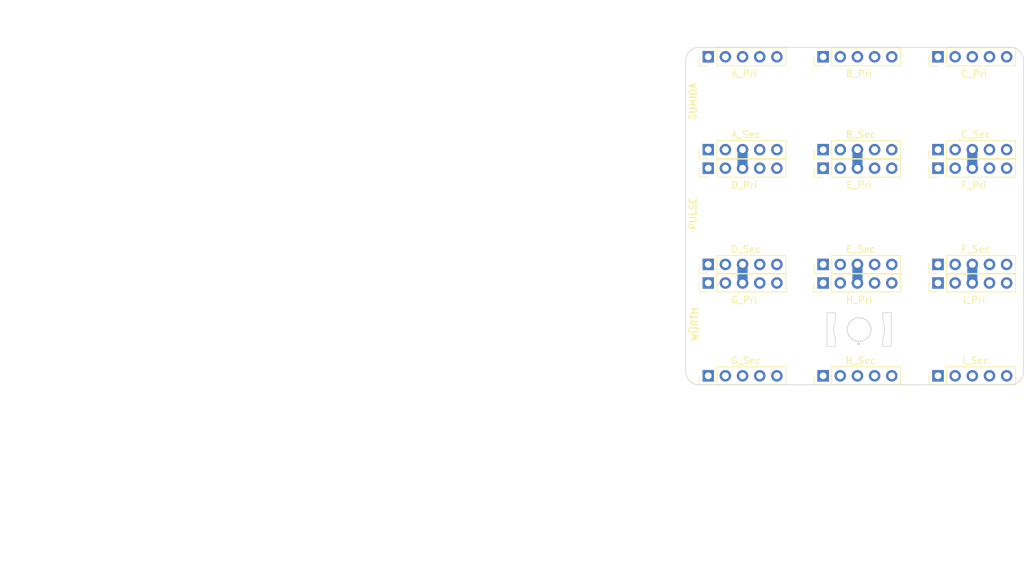
<source format=kicad_pcb>
(kicad_pcb (version 20221018) (generator pcbnew)
  (title_block (title "Planar XFMR test coupon") (date "2024-01-25") (rev "A") (company "NXP TLS / Xavier Bourlot"))
  (layers (0 "F.Cu" signal) (1 "In1.Cu" signal) (2 "In2.Cu" signal) (31 "B.Cu" signal) (34 "B.Paste" user) (35 "F.Paste" user) (36 "B.SilkS" user "B.Silkscreen") (37 "F.SilkS" user "F.Silkscreen") (38 "B.Mask" user) (39 "F.Mask" user) (44 "Edge.Cuts" user))
  (net 0 "")
  (net 1 "Net-(J1-Pin_1)")
  (net 2 "Net-(J2-Pin_1)")
  (net 3 "Net-(J3-Pin_1)")
  (net 4 "Net-(J4-Pin_1)")
  (net 5 "Net-(J5-Pin_1)")
  (net 6 "Net-(J6-Pin_1)")
  (net 7 "Net-(J7-Pin_1)")
  (net 8 "Net-(J8-Pin_1)")
  (net 9 "Net-(J9-Pin_1)")
  (net 10 "Net-(J10-Pin_1)")
  (net 11 "Net-(J11-Pin_1)")
  (net 12 "Net-(J12-Pin_1)")
  (net 13 "Net-(J13-Pin_1)")
  (net 14 "Net-(J14-Pin_1)")
  (net 15 "Net-(J15-Pin_1)")
  (net 16 "Net-(J16-Pin_1)")
  (net 17 "Net-(J17-Pin_1)")
  (net 18 "Net-(J18-Pin_1)")
  (net 20 "Net-(J2-Pin_3)")
  (net 22 "Net-(J4-Pin_3)")
  (net 24 "Net-(J11-Pin_3)")
  (net 25 "Net-(J13-Pin_3)")
  (net 26 "Net-(J10-Pin_3)")
  (net 27 "Net-(J12-Pin_3)")
  (footprint "Connector_PinHeader_2.54mm:PinHeader_1x05_P2.54mm_Vertical" (layer "F.Cu") (at 143.925 46.75 90)
    (fp_text reference "J6")
    (fp_text value "C_Sec" (at 2.25 5.575 180) (layer "F.SilkS"))
    (fp_line (start -1.33 -1.33) (end 0 -1.33) (stroke (width 0.12)) (layer "F.SilkS"))
    (fp_line (start -1.33 0) (end -1.33 -1.33) (stroke (width 0.12)) (layer "F.SilkS"))
    (fp_line (start -1.33 1.27) (end -1.33 11.49) (stroke (width 0.12)) (layer "F.SilkS"))
    (fp_line (start -1.33 1.27) (end 1.33 1.27) (stroke (width 0.12)) (layer "F.SilkS"))
    (fp_line (start -1.33 11.49) (end 1.33 11.49) (stroke (width 0.12)) (layer "F.SilkS"))
    (fp_line (start 1.33 1.27) (end 1.33 11.49) (stroke (width 0.12)) (layer "F.SilkS"))
    (pad "1" thru_hole rect (at 0 0 90) (size 1.7 1.7) (drill 1) (layers "*.Cu" "*.Mask") (net 6 "Net-(J6-Pin_1)"))
    (pad "2" thru_hole oval (at 0 2.54 90) (size 1.7 1.7) (drill 1) (layers "*.Cu" "*.Mask") (net 6 "Net-(J6-Pin_1)"))
    (pad "3" thru_hole oval (at 0 5.08 90) (size 1.7 1.7) (drill 1) (layers "*.Cu" "*.Mask") (net 24 "Net-(J11-Pin_3)"))
    (pad "4" thru_hole oval (at 0 7.62 90) (size 1.7 1.7) (drill 1) (layers "*.Cu" "*.Mask") (net 6 "Net-(J6-Pin_1)"))
    (pad "5" thru_hole oval (at 0 10.16 90) (size 1.7 1.7) (drill 1) (layers "*.Cu" "*.Mask") (net 6 "Net-(J6-Pin_1)"))
  )
  (footprint "Connector_PinHeader_2.54mm:PinHeader_1x05_P2.54mm_Vertical" (layer "F.Cu") (at 126.925 63.75 90)
    (fp_text reference "J10")
    (fp_text value "E_Sec" (at 2.25 5.575 180) (layer "F.SilkS"))
    (fp_line (start -1.33 -1.33) (end 0 -1.33) (stroke (width 0.12)) (layer "F.SilkS"))
    (fp_line (start -1.33 0) (end -1.33 -1.33) (stroke (width 0.12)) (layer "F.SilkS"))
    (fp_line (start -1.33 1.27) (end -1.33 11.49) (stroke (width 0.12)) (layer "F.SilkS"))
    (fp_line (start -1.33 1.27) (end 1.33 1.27) (stroke (width 0.12)) (layer "F.SilkS"))
    (fp_line (start -1.33 11.49) (end 1.33 11.49) (stroke (width 0.12)) (layer "F.SilkS"))
    (fp_line (start 1.33 1.27) (end 1.33 11.49) (stroke (width 0.12)) (layer "F.SilkS"))
    (pad "1" thru_hole rect (at 0 0 90) (size 1.7 1.7) (drill 1) (layers "*.Cu" "*.Mask") (net 10 "Net-(J10-Pin_1)"))
    (pad "2" thru_hole oval (at 0 2.54 90) (size 1.7 1.7) (drill 1) (layers "*.Cu" "*.Mask") (net 10 "Net-(J10-Pin_1)"))
    (pad "3" thru_hole oval (at 0 5.08 90) (size 1.7 1.7) (drill 1) (layers "*.Cu" "*.Mask") (net 26 "Net-(J10-Pin_3)"))
    (pad "4" thru_hole oval (at 0 7.62 90) (size 1.7 1.7) (drill 1) (layers "*.Cu" "*.Mask") (net 10 "Net-(J10-Pin_1)"))
    (pad "5" thru_hole oval (at 0 10.16 90) (size 1.7 1.7) (drill 1) (layers "*.Cu" "*.Mask") (net 10 "Net-(J10-Pin_1)"))
  )
  (footprint "Connector_PinHeader_2.54mm:PinHeader_1x05_P2.54mm_Vertical" (layer "F.Cu") (at 109.925 46.75 90)
    (fp_text reference "J2")
    (fp_text value "A_Sec" (at 2.25 5.575 180) (layer "F.SilkS"))
    (fp_line (start -1.33 -1.33) (end 0 -1.33) (stroke (width 0.12)) (layer "F.SilkS"))
    (fp_line (start -1.33 0) (end -1.33 -1.33) (stroke (width 0.12)) (layer "F.SilkS"))
    (fp_line (start -1.33 1.27) (end -1.33 11.49) (stroke (width 0.12)) (layer "F.SilkS"))
    (fp_line (start -1.33 1.27) (end 1.33 1.27) (stroke (width 0.12)) (layer "F.SilkS"))
    (fp_line (start -1.33 11.49) (end 1.33 11.49) (stroke (width 0.12)) (layer "F.SilkS"))
    (fp_line (start 1.33 1.27) (end 1.33 11.49) (stroke (width 0.12)) (layer "F.SilkS"))
    (pad "1" thru_hole rect (at 0 0 90) (size 1.7 1.7) (drill 1) (layers "*.Cu" "*.Mask") (net 2 "Net-(J2-Pin_1)"))
    (pad "2" thru_hole oval (at 0 2.54 90) (size 1.7 1.7) (drill 1) (layers "*.Cu" "*.Mask") (net 2 "Net-(J2-Pin_1)"))
    (pad "3" thru_hole oval (at 0 5.08 90) (size 1.7 1.7) (drill 1) (layers "*.Cu" "*.Mask") (net 20 "Net-(J2-Pin_3)"))
    (pad "4" thru_hole oval (at 0 7.62 90) (size 1.7 1.7) (drill 1) (layers "*.Cu" "*.Mask") (net 2 "Net-(J2-Pin_1)"))
    (pad "5" thru_hole oval (at 0 10.16 90) (size 1.7 1.7) (drill 1) (layers "*.Cu" "*.Mask") (net 2 "Net-(J2-Pin_1)"))
  )
  (footprint "Connector_PinHeader_2.54mm:PinHeader_1x05_P2.54mm_Vertical" (layer "F.Cu") (at 126.925 33 90)
    (fp_text reference "J3")
    (fp_text value "B_Pri" (at -2.5 5.325 180) (layer "F.SilkS"))
    (fp_line (start -1.33 -1.33) (end 0 -1.33) (stroke (width 0.12)) (layer "F.SilkS"))
    (fp_line (start -1.33 0) (end -1.33 -1.33) (stroke (width 0.12)) (layer "F.SilkS"))
    (fp_line (start -1.33 1.27) (end -1.33 11.49) (stroke (width 0.12)) (layer "F.SilkS"))
    (fp_line (start -1.33 1.27) (end 1.33 1.27) (stroke (width 0.12)) (layer "F.SilkS"))
    (fp_line (start -1.33 11.49) (end 1.33 11.49) (stroke (width 0.12)) (layer "F.SilkS"))
    (fp_line (start 1.33 1.27) (end 1.33 11.49) (stroke (width 0.12)) (layer "F.SilkS"))
    (pad "1" thru_hole rect (at 0 0 90) (size 1.7 1.7) (drill 1) (layers "*.Cu" "*.Mask") (net 3 "Net-(J3-Pin_1)"))
    (pad "2" thru_hole oval (at 0 2.54 90) (size 1.7 1.7) (drill 1) (layers "*.Cu" "*.Mask") (net 3 "Net-(J3-Pin_1)"))
    (pad "3" thru_hole oval (at 0 5.08 90) (size 1.7 1.7) (drill 1) (layers "*.Cu" "*.Mask"))
    (pad "4" thru_hole oval (at 0 7.62 90) (size 1.7 1.7) (drill 1) (layers "*.Cu" "*.Mask") (net 3 "Net-(J3-Pin_1)"))
    (pad "5" thru_hole oval (at 0 10.16 90) (size 1.7 1.7) (drill 1) (layers "*.Cu" "*.Mask") (net 3 "Net-(J3-Pin_1)"))
  )
  (footprint "Connector_PinHeader_2.54mm:PinHeader_1x05_P2.54mm_Vertical" (layer "F.Cu") (at 143.925 63.75 90)
    (fp_text reference "J12")
    (fp_text value "F_Sec" (at 2.25 5.575 180) (layer "F.SilkS"))
    (fp_line (start -1.33 -1.33) (end 0 -1.33) (stroke (width 0.12)) (layer "F.SilkS"))
    (fp_line (start -1.33 0) (end -1.33 -1.33) (stroke (width 0.12)) (layer "F.SilkS"))
    (fp_line (start -1.33 1.27) (end -1.33 11.49) (stroke (width 0.12)) (layer "F.SilkS"))
    (fp_line (start -1.33 1.27) (end 1.33 1.27) (stroke (width 0.12)) (layer "F.SilkS"))
    (fp_line (start -1.33 11.49) (end 1.33 11.49) (stroke (width 0.12)) (layer "F.SilkS"))
    (fp_line (start 1.33 1.27) (end 1.33 11.49) (stroke (width 0.12)) (layer "F.SilkS"))
    (pad "1" thru_hole rect (at 0 0 90) (size 1.7 1.7) (drill 1) (layers "*.Cu" "*.Mask") (net 12 "Net-(J12-Pin_1)"))
    (pad "2" thru_hole oval (at 0 2.54 90) (size 1.7 1.7) (drill 1) (layers "*.Cu" "*.Mask") (net 12 "Net-(J12-Pin_1)"))
    (pad "3" thru_hole oval (at 0 5.08 90) (size 1.7 1.7) (drill 1) (layers "*.Cu" "*.Mask") (net 27 "Net-(J12-Pin_3)"))
    (pad "4" thru_hole oval (at 0 7.62 90) (size 1.7 1.7) (drill 1) (layers "*.Cu" "*.Mask") (net 12 "Net-(J12-Pin_1)"))
    (pad "5" thru_hole oval (at 0 10.16 90) (size 1.7 1.7) (drill 1) (layers "*.Cu" "*.Mask") (net 12 "Net-(J12-Pin_1)"))
  )
  (footprint "Connector_PinHeader_2.54mm:PinHeader_1x05_P2.54mm_Vertical" (layer "F.Cu") (at 109.925 63.75 90)
    (fp_text reference "J8")
    (fp_text value "D_Sec" (at 2.25 5.575 180) (layer "F.SilkS"))
    (fp_line (start -1.33 -1.33) (end 0 -1.33) (stroke (width 0.12)) (layer "F.SilkS"))
    (fp_line (start -1.33 0) (end -1.33 -1.33) (stroke (width 0.12)) (layer "F.SilkS"))
    (fp_line (start -1.33 1.27) (end -1.33 11.49) (stroke (width 0.12)) (layer "F.SilkS"))
    (fp_line (start -1.33 1.27) (end 1.33 1.27) (stroke (width 0.12)) (layer "F.SilkS"))
    (fp_line (start -1.33 11.49) (end 1.33 11.49) (stroke (width 0.12)) (layer "F.SilkS"))
    (fp_line (start 1.33 1.27) (end 1.33 11.49) (stroke (width 0.12)) (layer "F.SilkS"))
    (pad "1" thru_hole rect (at 0 0 90) (size 1.7 1.7) (drill 1) (layers "*.Cu" "*.Mask") (net 8 "Net-(J8-Pin_1)"))
    (pad "2" thru_hole oval (at 0 2.54 90) (size 1.7 1.7) (drill 1) (layers "*.Cu" "*.Mask") (net 8 "Net-(J8-Pin_1)"))
    (pad "3" thru_hole oval (at 0 5.08 90) (size 1.7 1.7) (drill 1) (layers "*.Cu" "*.Mask") (net 25 "Net-(J13-Pin_3)"))
    (pad "4" thru_hole oval (at 0 7.62 90) (size 1.7 1.7) (drill 1) (layers "*.Cu" "*.Mask") (net 8 "Net-(J8-Pin_1)"))
    (pad "5" thru_hole oval (at 0 10.16 90) (size 1.7 1.7) (drill 1) (layers "*.Cu" "*.Mask") (net 8 "Net-(J8-Pin_1)"))
  )
  (footprint "Connector_PinHeader_2.54mm:PinHeader_1x05_P2.54mm_Vertical" (layer "F.Cu") (at 143.925 49.5 90)
    (fp_text reference "J11")
    (fp_text value "F_Pri" (at -2.5 5.325 180) (layer "F.SilkS"))
    (fp_line (start -1.33 -1.33) (end 0 -1.33) (stroke (width 0.12)) (layer "F.SilkS"))
    (fp_line (start -1.33 0) (end -1.33 -1.33) (stroke (width 0.12)) (layer "F.SilkS"))
    (fp_line (start -1.33 1.27) (end -1.33 11.49) (stroke (width 0.12)) (layer "F.SilkS"))
    (fp_line (start -1.33 1.27) (end 1.33 1.27) (stroke (width 0.12)) (layer "F.SilkS"))
    (fp_line (start -1.33 11.49) (end 1.33 11.49) (stroke (width 0.12)) (layer "F.SilkS"))
    (fp_line (start 1.33 1.27) (end 1.33 11.49) (stroke (width 0.12)) (layer "F.SilkS"))
    (pad "1" thru_hole rect (at 0 0 90) (size 1.7 1.7) (drill 1) (layers "*.Cu" "*.Mask") (net 11 "Net-(J11-Pin_1)"))
    (pad "2" thru_hole oval (at 0 2.54 90) (size 1.7 1.7) (drill 1) (layers "*.Cu" "*.Mask") (net 11 "Net-(J11-Pin_1)"))
    (pad "3" thru_hole oval (at 0 5.08 90) (size 1.7 1.7) (drill 1) (layers "*.Cu" "*.Mask") (net 24 "Net-(J11-Pin_3)"))
    (pad "4" thru_hole oval (at 0 7.62 90) (size 1.7 1.7) (drill 1) (layers "*.Cu" "*.Mask") (net 11 "Net-(J11-Pin_1)"))
    (pad "5" thru_hole oval (at 0 10.16 90) (size 1.7 1.7) (drill 1) (layers "*.Cu" "*.Mask") (net 11 "Net-(J11-Pin_1)"))
  )
  (footprint "Connector_PinHeader_2.54mm:PinHeader_1x05_P2.54mm_Vertical" (layer "F.Cu") (at 143.925 80.25 90)
    (fp_text reference "J18")
    (fp_text value "I_Sec" (at 2.25 5.575 180) (layer "F.SilkS"))
    (fp_line (start -1.33 -1.33) (end 0 -1.33) (stroke (width 0.12)) (layer "F.SilkS"))
    (fp_line (start -1.33 0) (end -1.33 -1.33) (stroke (width 0.12)) (layer "F.SilkS"))
    (fp_line (start -1.33 1.27) (end -1.33 11.49) (stroke (width 0.12)) (layer "F.SilkS"))
    (fp_line (start -1.33 1.27) (end 1.33 1.27) (stroke (width 0.12)) (layer "F.SilkS"))
    (fp_line (start -1.33 11.49) (end 1.33 11.49) (stroke (width 0.12)) (layer "F.SilkS"))
    (fp_line (start 1.33 1.27) (end 1.33 11.49) (stroke (width 0.12)) (layer "F.SilkS"))
    (pad "1" thru_hole rect (at 0 0 90) (size 1.7 1.7) (drill 1) (layers "*.Cu" "*.Mask") (net 18 "Net-(J18-Pin_1)"))
    (pad "2" thru_hole oval (at 0 2.54 90) (size 1.7 1.7) (drill 1) (layers "*.Cu" "*.Mask") (net 18 "Net-(J18-Pin_1)"))
    (pad "3" thru_hole oval (at 0 5.08 90) (size 1.7 1.7) (drill 1) (layers "*.Cu" "*.Mask"))
    (pad "4" thru_hole oval (at 0 7.62 90) (size 1.7 1.7) (drill 1) (layers "*.Cu" "*.Mask") (net 18 "Net-(J18-Pin_1)"))
    (pad "5" thru_hole oval (at 0 10.16 90) (size 1.7 1.7) (drill 1) (layers "*.Cu" "*.Mask") (net 18 "Net-(J18-Pin_1)"))
  )
  (footprint "Connector_PinHeader_2.54mm:PinHeader_1x05_P2.54mm_Vertical" (layer "F.Cu") (at 126.925 80.25 90)
    (fp_text reference "J16")
    (fp_text value "H_Sec" (at 2.25 5.575 180) (layer "F.SilkS"))
    (fp_line (start -1.33 -1.33) (end 0 -1.33) (stroke (width 0.12)) (layer "F.SilkS"))
    (fp_line (start -1.33 0) (end -1.33 -1.33) (stroke (width 0.12)) (layer "F.SilkS"))
    (fp_line (start -1.33 1.27) (end -1.33 11.49) (stroke (width 0.12)) (layer "F.SilkS"))
    (fp_line (start -1.33 1.27) (end 1.33 1.27) (stroke (width 0.12)) (layer "F.SilkS"))
    (fp_line (start -1.33 11.49) (end 1.33 11.49) (stroke (width 0.12)) (layer "F.SilkS"))
    (fp_line (start 1.33 1.27) (end 1.33 11.49) (stroke (width 0.12)) (layer "F.SilkS"))
    (pad "1" thru_hole rect (at 0 0 90) (size 1.7 1.7) (drill 1) (layers "*.Cu" "*.Mask") (net 16 "Net-(J16-Pin_1)"))
    (pad "2" thru_hole oval (at 0 2.54 90) (size 1.7 1.7) (drill 1) (layers "*.Cu" "*.Mask") (net 16 "Net-(J16-Pin_1)"))
    (pad "3" thru_hole oval (at 0 5.08 90) (size 1.7 1.7) (drill 1) (layers "*.Cu" "*.Mask"))
    (pad "4" thru_hole oval (at 0 7.62 90) (size 1.7 1.7) (drill 1) (layers "*.Cu" "*.Mask") (net 16 "Net-(J16-Pin_1)"))
    (pad "5" thru_hole oval (at 0 10.16 90) (size 1.7 1.7) (drill 1) (layers "*.Cu" "*.Mask") (net 16 "Net-(J16-Pin_1)"))
  )
  (footprint "Connector_PinHeader_2.54mm:PinHeader_1x05_P2.54mm_Vertical" (layer "F.Cu") (at 143.925 66.5 90)
    (fp_text reference "J17")
    (fp_text value "I_Pri" (at -2.5 5.325 180) (layer "F.SilkS"))
    (fp_line (start -1.33 -1.33) (end 0 -1.33) (stroke (width 0.12)) (layer "F.SilkS"))
    (fp_line (start -1.33 0) (end -1.33 -1.33) (stroke (width 0.12)) (layer "F.SilkS"))
    (fp_line (start -1.33 1.27) (end -1.33 11.49) (stroke (width 0.12)) (layer "F.SilkS"))
    (fp_line (start -1.33 1.27) (end 1.33 1.27) (stroke (width 0.12)) (layer "F.SilkS"))
    (fp_line (start -1.33 11.49) (end 1.33 11.49) (stroke (width 0.12)) (layer "F.SilkS"))
    (fp_line (start 1.33 1.27) (end 1.33 11.49) (stroke (width 0.12)) (layer "F.SilkS"))
    (pad "1" thru_hole rect (at 0 0 90) (size 1.7 1.7) (drill 1) (layers "*.Cu" "*.Mask") (net 17 "Net-(J17-Pin_1)"))
    (pad "2" thru_hole oval (at 0 2.54 90) (size 1.7 1.7) (drill 1) (layers "*.Cu" "*.Mask") (net 17 "Net-(J17-Pin_1)"))
    (pad "3" thru_hole oval (at 0 5.08 90) (size 1.7 1.7) (drill 1) (layers "*.Cu" "*.Mask") (net 27 "Net-(J12-Pin_3)"))
    (pad "4" thru_hole oval (at 0 7.62 90) (size 1.7 1.7) (drill 1) (layers "*.Cu" "*.Mask") (net 17 "Net-(J17-Pin_1)"))
    (pad "5" thru_hole oval (at 0 10.16 90) (size 1.7 1.7) (drill 1) (layers "*.Cu" "*.Mask") (net 17 "Net-(J17-Pin_1)"))
  )
  (footprint "Connector_PinHeader_2.54mm:PinHeader_1x05_P2.54mm_Vertical" (layer "F.Cu") (at 126.925 46.75 90)
    (fp_text reference "J4")
    (fp_text value "B_Sec" (at 2.25 5.575 180) (layer "F.SilkS"))
    (fp_line (start -1.33 -1.33) (end 0 -1.33) (stroke (width 0.12)) (layer "F.SilkS"))
    (fp_line (start -1.33 0) (end -1.33 -1.33) (stroke (width 0.12)) (layer "F.SilkS"))
    (fp_line (start -1.33 1.27) (end -1.33 11.49) (stroke (width 0.12)) (layer "F.SilkS"))
    (fp_line (start -1.33 1.27) (end 1.33 1.27) (stroke (width 0.12)) (layer "F.SilkS"))
    (fp_line (start -1.33 11.49) (end 1.33 11.49) (stroke (width 0.12)) (layer "F.SilkS"))
    (fp_line (start 1.33 1.27) (end 1.33 11.49) (stroke (width 0.12)) (layer "F.SilkS"))
    (pad "1" thru_hole rect (at 0 0 90) (size 1.7 1.7) (drill 1) (layers "*.Cu" "*.Mask") (net 4 "Net-(J4-Pin_1)"))
    (pad "2" thru_hole oval (at 0 2.54 90) (size 1.7 1.7) (drill 1) (layers "*.Cu" "*.Mask") (net 4 "Net-(J4-Pin_1)"))
    (pad "3" thru_hole oval (at 0 5.08 90) (size 1.7 1.7) (drill 1) (layers "*.Cu" "*.Mask") (net 22 "Net-(J4-Pin_3)"))
    (pad "4" thru_hole oval (at 0 7.62 90) (size 1.7 1.7) (drill 1) (layers "*.Cu" "*.Mask") (net 4 "Net-(J4-Pin_1)"))
    (pad "5" thru_hole oval (at 0 10.16 90) (size 1.7 1.7) (drill 1) (layers "*.Cu" "*.Mask") (net 4 "Net-(J4-Pin_1)"))
  )
  (footprint "Connector_PinHeader_2.54mm:PinHeader_1x05_P2.54mm_Vertical" (layer "F.Cu") (at 126.925 49.5 90)
    (fp_text reference "J9")
    (fp_text value "E_Pri" (at -2.5 5.325 180) (layer "F.SilkS"))
    (fp_line (start -1.33 -1.33) (end 0 -1.33) (stroke (width 0.12)) (layer "F.SilkS"))
    (fp_line (start -1.33 0) (end -1.33 -1.33) (stroke (width 0.12)) (layer "F.SilkS"))
    (fp_line (start -1.33 1.27) (end -1.33 11.49) (stroke (width 0.12)) (layer "F.SilkS"))
    (fp_line (start -1.33 1.27) (end 1.33 1.27) (stroke (width 0.12)) (layer "F.SilkS"))
    (fp_line (start -1.33 11.49) (end 1.33 11.49) (stroke (width 0.12)) (layer "F.SilkS"))
    (fp_line (start 1.33 1.27) (end 1.33 11.49) (stroke (width 0.12)) (layer "F.SilkS"))
    (pad "1" thru_hole rect (at 0 0 90) (size 1.7 1.7) (drill 1) (layers "*.Cu" "*.Mask") (net 9 "Net-(J9-Pin_1)"))
    (pad "2" thru_hole oval (at 0 2.54 90) (size 1.7 1.7) (drill 1) (layers "*.Cu" "*.Mask") (net 9 "Net-(J9-Pin_1)"))
    (pad "3" thru_hole oval (at 0 5.08 90) (size 1.7 1.7) (drill 1) (layers "*.Cu" "*.Mask") (net 22 "Net-(J4-Pin_3)"))
    (pad "4" thru_hole oval (at 0 7.62 90) (size 1.7 1.7) (drill 1) (layers "*.Cu" "*.Mask") (net 9 "Net-(J9-Pin_1)"))
    (pad "5" thru_hole oval (at 0 10.16 90) (size 1.7 1.7) (drill 1) (layers "*.Cu" "*.Mask") (net 9 "Net-(J9-Pin_1)"))
  )
  (footprint "Connector_PinHeader_2.54mm:PinHeader_1x05_P2.54mm_Vertical" (layer "F.Cu") (at 109.925 49.5 90)
    (fp_text reference "J7")
    (fp_text value "D_Pri" (at -2.5 5.325 180) (layer "F.SilkS"))
    (fp_line (start -1.33 -1.33) (end 0 -1.33) (stroke (width 0.12)) (layer "F.SilkS"))
    (fp_line (start -1.33 0) (end -1.33 -1.33) (stroke (width 0.12)) (layer "F.SilkS"))
    (fp_line (start -1.33 1.27) (end -1.33 11.49) (stroke (width 0.12)) (layer "F.SilkS"))
    (fp_line (start -1.33 1.27) (end 1.33 1.27) (stroke (width 0.12)) (layer "F.SilkS"))
    (fp_line (start -1.33 11.49) (end 1.33 11.49) (stroke (width 0.12)) (layer "F.SilkS"))
    (fp_line (start 1.33 1.27) (end 1.33 11.49) (stroke (width 0.12)) (layer "F.SilkS"))
    (pad "1" thru_hole rect (at 0 0 90) (size 1.7 1.7) (drill 1) (layers "*.Cu" "*.Mask") (net 7 "Net-(J7-Pin_1)"))
    (pad "2" thru_hole oval (at 0 2.54 90) (size 1.7 1.7) (drill 1) (layers "*.Cu" "*.Mask") (net 7 "Net-(J7-Pin_1)"))
    (pad "3" thru_hole oval (at 0 5.08 90) (size 1.7 1.7) (drill 1) (layers "*.Cu" "*.Mask") (net 20 "Net-(J2-Pin_3)"))
    (pad "4" thru_hole oval (at 0 7.62 90) (size 1.7 1.7) (drill 1) (layers "*.Cu" "*.Mask") (net 7 "Net-(J7-Pin_1)"))
    (pad "5" thru_hole oval (at 0 10.16 90) (size 1.7 1.7) (drill 1) (layers "*.Cu" "*.Mask") (net 7 "Net-(J7-Pin_1)"))
  )
  (footprint "Connector_PinHeader_2.54mm:PinHeader_1x05_P2.54mm_Vertical" (layer "F.Cu") (at 143.925 33 90)
    (fp_text reference "J5")
    (fp_text value "C_Pri" (at -2.5 5.325 180) (layer "F.SilkS"))
    (fp_line (start -1.33 -1.33) (end 0 -1.33) (stroke (width 0.12)) (layer "F.SilkS"))
    (fp_line (start -1.33 0) (end -1.33 -1.33) (stroke (width 0.12)) (layer "F.SilkS"))
    (fp_line (start -1.33 1.27) (end -1.33 11.49) (stroke (width 0.12)) (layer "F.SilkS"))
    (fp_line (start -1.33 1.27) (end 1.33 1.27) (stroke (width 0.12)) (layer "F.SilkS"))
    (fp_line (start -1.33 11.49) (end 1.33 11.49) (stroke (width 0.12)) (layer "F.SilkS"))
    (fp_line (start 1.33 1.27) (end 1.33 11.49) (stroke (width 0.12)) (layer "F.SilkS"))
    (pad "1" thru_hole rect (at 0 0 90) (size 1.7 1.7) (drill 1) (layers "*.Cu" "*.Mask") (net 5 "Net-(J5-Pin_1)"))
    (pad "2" thru_hole oval (at 0 2.54 90) (size 1.7 1.7) (drill 1) (layers "*.Cu" "*.Mask") (net 5 "Net-(J5-Pin_1)"))
    (pad "3" thru_hole oval (at 0 5.08 90) (size 1.7 1.7) (drill 1) (layers "*.Cu" "*.Mask"))
    (pad "4" thru_hole oval (at 0 7.62 90) (size 1.7 1.7) (drill 1) (layers "*.Cu" "*.Mask") (net 5 "Net-(J5-Pin_1)"))
    (pad "5" thru_hole oval (at 0 10.16 90) (size 1.7 1.7) (drill 1) (layers "*.Cu" "*.Mask") (net 5 "Net-(J5-Pin_1)"))
  )
  (footprint "Connector_PinHeader_2.54mm:PinHeader_1x05_P2.54mm_Vertical" (layer "F.Cu") (at 126.925 66.5 90)
    (fp_text reference "J15")
    (fp_text value "H_Pri" (at -2.5 5.325 180) (layer "F.SilkS"))
    (fp_line (start -1.33 -1.33) (end 0 -1.33) (stroke (width 0.12)) (layer "F.SilkS"))
    (fp_line (start -1.33 0) (end -1.33 -1.33) (stroke (width 0.12)) (layer "F.SilkS"))
    (fp_line (start -1.33 1.27) (end -1.33 11.49) (stroke (width 0.12)) (layer "F.SilkS"))
    (fp_line (start -1.33 1.27) (end 1.33 1.27) (stroke (width 0.12)) (layer "F.SilkS"))
    (fp_line (start -1.33 11.49) (end 1.33 11.49) (stroke (width 0.12)) (layer "F.SilkS"))
    (fp_line (start 1.33 1.27) (end 1.33 11.49) (stroke (width 0.12)) (layer "F.SilkS"))
    (pad "1" thru_hole rect (at 0 0 90) (size 1.7 1.7) (drill 1) (layers "*.Cu" "*.Mask") (net 15 "Net-(J15-Pin_1)"))
    (pad "2" thru_hole oval (at 0 2.54 90) (size 1.7 1.7) (drill 1) (layers "*.Cu" "*.Mask") (net 15 "Net-(J15-Pin_1)"))
    (pad "3" thru_hole oval (at 0 5.08 90) (size 1.7 1.7) (drill 1) (layers "*.Cu" "*.Mask") (net 26 "Net-(J10-Pin_3)"))
    (pad "4" thru_hole oval (at 0 7.62 90) (size 1.7 1.7) (drill 1) (layers "*.Cu" "*.Mask") (net 15 "Net-(J15-Pin_1)"))
    (pad "5" thru_hole oval (at 0 10.16 90) (size 1.7 1.7) (drill 1) (layers "*.Cu" "*.Mask") (net 15 "Net-(J15-Pin_1)"))
  )
  (footprint "Connector_PinHeader_2.54mm:PinHeader_1x05_P2.54mm_Vertical" (layer "F.Cu") (at 109.925 33 90)
    (fp_text reference "J1")
    (fp_text value "A_Pri" (at -2.5 5.325 180) (layer "F.SilkS"))
    (fp_line (start -1.33 -1.33) (end 0 -1.33) (stroke (width 0.12)) (layer "F.SilkS"))
    (fp_line (start -1.33 0) (end -1.33 -1.33) (stroke (width 0.12)) (layer "F.SilkS"))
    (fp_line (start -1.33 1.27) (end -1.33 11.49) (stroke (width 0.12)) (layer "F.SilkS"))
    (fp_line (start -1.33 1.27) (end 1.33 1.27) (stroke (width 0.12)) (layer "F.SilkS"))
    (fp_line (start -1.33 11.49) (end 1.33 11.49) (stroke (width 0.12)) (layer "F.SilkS"))
    (fp_line (start 1.33 1.27) (end 1.33 11.49) (stroke (width 0.12)) (layer "F.SilkS"))
    (pad "1" thru_hole rect (at 0 0 90) (size 1.7 1.7) (drill 1) (layers "*.Cu" "*.Mask") (net 1 "Net-(J1-Pin_1)"))
    (pad "2" thru_hole oval (at 0 2.54 90) (size 1.7 1.7) (drill 1) (layers "*.Cu" "*.Mask") (net 1 "Net-(J1-Pin_1)"))
    (pad "3" thru_hole oval (at 0 5.08 90) (size 1.7 1.7) (drill 1) (layers "*.Cu" "*.Mask"))
    (pad "4" thru_hole oval (at 0 7.62 90) (size 1.7 1.7) (drill 1) (layers "*.Cu" "*.Mask") (net 1 "Net-(J1-Pin_1)"))
    (pad "5" thru_hole oval (at 0 10.16 90) (size 1.7 1.7) (drill 1) (layers "*.Cu" "*.Mask") (net 1 "Net-(J1-Pin_1)"))
  )
  (footprint "Connector_PinHeader_2.54mm:PinHeader_1x05_P2.54mm_Vertical" (layer "F.Cu") (at 109.925 80.25 90)
    (fp_text reference "J14")
    (fp_text value "G_Sec" (at 2.25 5.575 180) (layer "F.SilkS"))
    (fp_line (start -1.33 -1.33) (end 0 -1.33) (stroke (width 0.12)) (layer "F.SilkS"))
    (fp_line (start -1.33 0) (end -1.33 -1.33) (stroke (width 0.12)) (layer "F.SilkS"))
    (fp_line (start -1.33 1.27) (end -1.33 11.49) (stroke (width 0.12)) (layer "F.SilkS"))
    (fp_line (start -1.33 1.27) (end 1.33 1.27) (stroke (width 0.12)) (layer "F.SilkS"))
    (fp_line (start -1.33 11.49) (end 1.33 11.49) (stroke (width 0.12)) (layer "F.SilkS"))
    (fp_line (start 1.33 1.27) (end 1.33 11.49) (stroke (width 0.12)) (layer "F.SilkS"))
    (pad "1" thru_hole rect (at 0 0 90) (size 1.7 1.7) (drill 1) (layers "*.Cu" "*.Mask") (net 14 "Net-(J14-Pin_1)"))
    (pad "2" thru_hole oval (at 0 2.54 90) (size 1.7 1.7) (drill 1) (layers "*.Cu" "*.Mask") (net 14 "Net-(J14-Pin_1)"))
    (pad "3" thru_hole oval (at 0 5.08 90) (size 1.7 1.7) (drill 1) (layers "*.Cu" "*.Mask"))
    (pad "4" thru_hole oval (at 0 7.62 90) (size 1.7 1.7) (drill 1) (layers "*.Cu" "*.Mask") (net 14 "Net-(J14-Pin_1)"))
    (pad "5" thru_hole oval (at 0 10.16 90) (size 1.7 1.7) (drill 1) (layers "*.Cu" "*.Mask") (net 14 "Net-(J14-Pin_1)"))
  )
  (footprint "Connector_PinHeader_2.54mm:PinHeader_1x05_P2.54mm_Vertical" (layer "F.Cu") (at 109.925 66.5 90)
    (fp_text reference "J13")
    (fp_text value "G_Pri" (at -2.5 5.325 180) (layer "F.SilkS"))
    (fp_line (start -1.33 -1.33) (end 0 -1.33) (stroke (width 0.12)) (layer "F.SilkS"))
    (fp_line (start -1.33 0) (end -1.33 -1.33) (stroke (width 0.12)) (layer "F.SilkS"))
    (fp_line (start -1.33 1.27) (end -1.33 11.49) (stroke (width 0.12)) (layer "F.SilkS"))
    (fp_line (start -1.33 1.27) (end 1.33 1.27) (stroke (width 0.12)) (layer "F.SilkS"))
    (fp_line (start -1.33 11.49) (end 1.33 11.49) (stroke (width 0.12)) (layer "F.SilkS"))
    (fp_line (start 1.33 1.27) (end 1.33 11.49) (stroke (width 0.12)) (layer "F.SilkS"))
    (pad "1" thru_hole rect (at 0 0 90) (size 1.7 1.7) (drill 1) (layers "*.Cu" "*.Mask") (net 13 "Net-(J13-Pin_1)"))
    (pad "2" thru_hole oval (at 0 2.54 90) (size 1.7 1.7) (drill 1) (layers "*.Cu" "*.Mask") (net 13 "Net-(J13-Pin_1)"))
    (pad "3" thru_hole oval (at 0 5.08 90) (size 1.7 1.7) (drill 1) (layers "*.Cu" "*.Mask") (net 25 "Net-(J13-Pin_3)"))
    (pad "4" thru_hole oval (at 0 7.62 90) (size 1.7 1.7) (drill 1) (layers "*.Cu" "*.Mask") (net 13 "Net-(J13-Pin_1)"))
    (pad "5" thru_hole oval (at 0 10.16 90) (size 1.7 1.7) (drill 1) (layers "*.Cu" "*.Mask") (net 13 "Net-(J13-Pin_1)"))
  )
  (gr_arc (start 135.758346 72.07184) (mid 136.001315 73.41169) (end 135.75 74.75) (stroke (width 0.1)) (layer "Edge.Cuts"))
  (gr_line (start 127.5 70.9) (end 127.5 75.9) (stroke (width 0.1)) (layer "Edge.Cuts"))
  (gr_line (start 108.585786 81.585786) (end 154.585786 81.585786) (stroke (width 0.1)) (layer "Edge.Cuts"))
  (gr_line (start 154.585786 31.585786) (end 108.585786 31.585786) (stroke (width 0.1)) (layer "Edge.Cuts"))
  (gr_line (start 135.75 75.9) (end 135.75 74.75) (stroke (width 0.1)) (layer "Edge.Cuts"))
  (gr_arc (start 154.585786 31.585786) (mid 156 32.171572) (end 156.585786 33.585786) (stroke (width 0.1)) (layer "Edge.Cuts"))
  (gr_arc (start 128.75 74.75) (mid 128.498685 73.41169) (end 128.741654 72.07184) (stroke (width 0.1)) (layer "Edge.Cuts"))
  (gr_arc (start 156.585786 79.585786) (mid 156 81) (end 154.585786 81.585786) (stroke (width 0.1)) (layer "Edge.Cuts"))
  (gr_arc (start 108.585786 81.585786) (mid 107.171572 81) (end 106.585786 79.585786) (stroke (width 0.1)) (layer "Edge.Cuts"))
  (gr_line (start 135.75 72.075) (end 135.75 70.925) (stroke (width 0.1)) (layer "Edge.Cuts"))
  (gr_line (start 156.585786 79.585786) (end 156.585786 33.585786) (stroke (width 0.1)) (layer "Edge.Cuts"))
  (gr_line (start 137 70.9) (end 137 75.9) (stroke (width 0.1)) (layer "Edge.Cuts"))
  (gr_circle (center 132.25 73.4) (end 134 73.4) (stroke (width 0.1)) (fill none) (layer "Edge.Cuts"))
  (gr_line (start 106.585786 33.585786) (end 106.585786 79.585786) (stroke (width 0.1)) (layer "Edge.Cuts"))
  (gr_circle (center 132.25 73.4) (end 134 73.4) (stroke (width 0.1)) (fill none) (layer "Edge.Cuts"))
  (gr_arc (start 106.585786 33.585786) (mid 107.171572 32.171572) (end 108.585786 31.585786) (stroke (width 0.1)) (layer "Edge.Cuts"))
  (gr_line (start 128.75 72.075) (end 128.75 70.925) (stroke (width 0.1)) (layer "Edge.Cuts"))
  (gr_line (start 127.5 70.9) (end 128.75 70.925) (stroke (width 0.1)) (layer "Edge.Cuts"))
  (gr_line (start 137 75.9) (end 135.75 75.9) (stroke (width 0.1)) (layer "Edge.Cuts"))
  (gr_line (start 128.75 75.9) (end 128.75 74.75) (stroke (width 0.1)) (layer "Edge.Cuts"))
  (gr_line (start 128.75 75.9) (end 127.5 75.9) (stroke (width 0.1)) (layer "Edge.Cuts"))
  (gr_line (start 135.75 70.925) (end 137 70.9) (stroke (width 0.1)) (layer "Edge.Cuts"))
  (gr_text "SUMIDA" (at 108.25 42.5 90) (layer "F.SilkS") (effects (font (size 1 1) (thickness 0.2) bold) (justify left bottom)))
  (gr_text "WÜRTH" (at 108.5 75.25 90) (layer "F.SilkS") (effects (font (size 1 1) (thickness 0.2) bold) (justify left bottom)))
  (gr_text "PULSE" (at 108.25 58.75 90) (layer "F.SilkS") (effects (font (size 1 1) (thickness 0.2) bold) (justify left bottom)))
  (via (at 132.15 75.5) (size 0.3) (drill 0.2) (layers "F.Cu" "B.Cu") (net 0))
  (segment (start 115.005 49.5) (end 115.005 46.75) (width 1.5) (layer "B.Cu") (net 20))
  (segment (start 132.005 49.5) (end 132.005 46.75) (width 1.5) (layer "B.Cu") (net 22))
  (segment (start 149.005 49.5) (end 149.005 46.75) (width 1.5) (layer "B.Cu") (net 24))
  (segment (start 115.005 66.5) (end 115.005 63.75) (width 1.5) (layer "B.Cu") (net 25))
  (segment (start 132.005 66.5) (end 132.005 63.75) (width 1.5) (layer "B.Cu") (net 26))
  (segment (start 149.005 66.5) (end 149.005 63.75) (width 1.5) (layer "B.Cu") (net 27))
)
</source>
